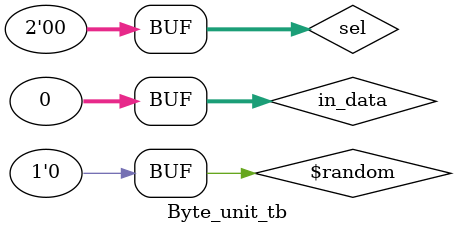
<source format=sv>

module Byte_unit_tb;

    // Parameters
    parameter DATA_WIDTH = 32;

    // Testbench signals
    logic [DATA_WIDTH-1:0] in_data=0;
    logic [1:0] sel=0;
    logic [DATA_WIDTH-1:0] out_data;

    // Instantiate the DUT (Device Under Test)
    Byte_unit #(.DATA_WIDTH(DATA_WIDTH)) dut (
        .in_data(in_data),
        .sel(sel),
        .out_data(out_data)
    );

    // Test sequence

    initial
    begin


        repeat(100)
        begin
            #100
            sel=$random;
            in_data=$random;
        end


    end


endmodule

</source>
